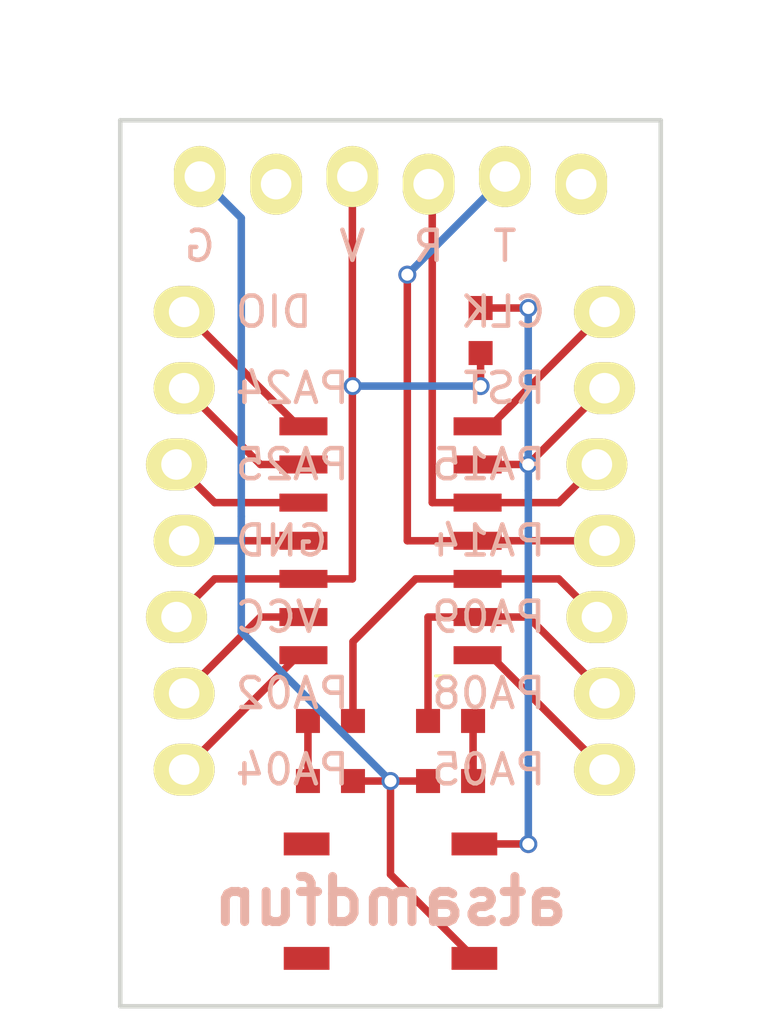
<source format=kicad_pcb>
(kicad_pcb (version 4) (host pcbnew 4.0.2+dfsg1-stable)

  (general
    (links 28)
    (no_connects 0)
    (area 86.794999 81.794999 113.205001 117.785)
    (thickness 1.6)
    (drawings 23)
    (tracks 71)
    (zones 0)
    (modules 10)
    (nets 17)
  )

  (page A4)
  (layers
    (0 F.Cu signal)
    (31 B.Cu signal)
    (32 B.Adhes user)
    (33 F.Adhes user)
    (34 B.Paste user)
    (35 F.Paste user)
    (36 B.SilkS user)
    (37 F.SilkS user)
    (38 B.Mask user)
    (39 F.Mask user)
    (40 Dwgs.User user)
    (41 Cmts.User user)
    (42 Eco1.User user)
    (43 Eco2.User user)
    (44 Edge.Cuts user)
    (45 Margin user)
    (46 B.CrtYd user)
    (47 F.CrtYd user)
    (48 B.Fab user)
    (49 F.Fab user)
  )

  (setup
    (last_trace_width 0.25)
    (trace_clearance 0.2)
    (zone_clearance 0.508)
    (zone_45_only no)
    (trace_min 0.2)
    (segment_width 0.2)
    (edge_width 0.15)
    (via_size 0.6)
    (via_drill 0.4)
    (via_min_size 0.4)
    (via_min_drill 0.3)
    (uvia_size 0.3)
    (uvia_drill 0.1)
    (uvias_allowed no)
    (uvia_min_size 0.2)
    (uvia_min_drill 0.1)
    (pcb_text_width 0.3)
    (pcb_text_size 1.5 1.5)
    (mod_edge_width 0.15)
    (mod_text_size 1 1)
    (mod_text_width 0.15)
    (pad_size 0.8 0.8)
    (pad_drill 0)
    (pad_to_mask_clearance 0.2)
    (aux_axis_origin 0 0)
    (visible_elements FFFFFF7F)
    (pcbplotparams
      (layerselection 0x00030_80000001)
      (usegerberextensions false)
      (excludeedgelayer true)
      (linewidth 0.150000)
      (plotframeref false)
      (viasonmask false)
      (mode 1)
      (useauxorigin false)
      (hpglpennumber 1)
      (hpglpenspeed 20)
      (hpglpendiameter 15)
      (hpglpenoverlay 2)
      (psnegative false)
      (psa4output false)
      (plotreference true)
      (plotvalue true)
      (plotinvisibletext false)
      (padsonsilk false)
      (subtractmaskfromsilk false)
      (outputformat 1)
      (mirror false)
      (drillshape 1)
      (scaleselection 1)
      (outputdirectory ""))
  )

  (net 0 "")
  (net 1 gnd)
  (net 2 vcc)
  (net 3 swdio)
  (net 4 swclk)
  (net 5 reset)
  (net 6 txd)
  (net 7 rxd)
  (net 8 pa05)
  (net 9 pa08)
  (net 10 pa09)
  (net 11 pa04)
  (net 12 pa02)
  (net 13 pa25)
  (net 14 pa24)
  (net 15 x08)
  (net 16 x09)

  (net_class Default "This is the default net class."
    (clearance 0.2)
    (trace_width 0.25)
    (via_dia 0.6)
    (via_drill 0.4)
    (uvia_dia 0.3)
    (uvia_drill 0.1)
    (add_net gnd)
    (add_net pa02)
    (add_net pa04)
    (add_net pa05)
    (add_net pa08)
    (add_net pa09)
    (add_net pa24)
    (add_net pa25)
    (add_net reset)
    (add_net rxd)
    (add_net swclk)
    (add_net swdio)
    (add_net txd)
    (add_net vcc)
    (add_net x08)
    (add_net x09)
  )

  (module 00_my_modules:soic-14 (layer F.Cu) (tedit 5EACF070) (tstamp 5EACF884)
    (at 100 100 180)
    (descr soic14)
    (tags soic14)
    (attr smd)
    (fp_text reference soic14 (at 0 0 270) (layer F.Fab)
      (effects (font (size 0.8 0.8) (thickness 0.1)))
    )
    (fp_text value "" (at -1.5 -3 180) (layer F.Fab)
      (effects (font (size 0.5 0.5) (thickness 0.01)))
    )
    (fp_line (start -2 -4.5) (end -1.5 -4.5) (layer F.SilkS) (width 0.1))
    (fp_line (start -1.95 -4.325) (end -1.95 4.325) (layer F.CrtYd) (width 0.05))
    (fp_line (start 1.95 -4.325) (end 1.95 4.325) (layer F.CrtYd) (width 0.05))
    (fp_line (start -1.95 -4.325) (end 1.95 -4.325) (layer F.CrtYd) (width 0.05))
    (fp_line (start -1.95 4.325) (end 1.95 4.325) (layer F.CrtYd) (width 0.05))
    (fp_line (start -3 -4.325) (end -3 4.325) (layer F.CrtYd) (width 0.05))
    (fp_line (start 3 -4.325) (end 3 4.325) (layer F.CrtYd) (width 0.05))
    (fp_line (start -3 -4.325) (end 3 -4.325) (layer F.CrtYd) (width 0.05))
    (fp_line (start -3 4.325) (end 3 4.325) (layer F.CrtYd) (width 0.05))
    (fp_line (start -6 0) (end 6 0) (layer F.CrtYd) (width 0.01))
    (fp_line (start 0 -6) (end 0 6) (layer F.CrtYd) (width 0.01))
    (pad PA05 smd rect (at -2.9 -3.81 180) (size 1.6 0.6) (layers F.Cu F.Paste F.Mask)
      (net 8 pa05))
    (pad PA08 smd rect (at -2.9 -2.54 180) (size 1.6 0.6) (layers F.Cu F.Paste F.Mask)
      (net 9 pa08))
    (pad PA09 smd rect (at -2.9 -1.27 180) (size 1.6 0.6) (layers F.Cu F.Paste F.Mask)
      (net 10 pa09))
    (pad PA14 smd rect (at -2.9 0 180) (size 1.6 0.6) (layers F.Cu F.Paste F.Mask)
      (net 6 txd))
    (pad PA15 smd rect (at -2.9 1.27 180) (size 1.6 0.6) (layers F.Cu F.Paste F.Mask)
      (net 7 rxd))
    (pad RST smd rect (at -2.9 2.54 180) (size 1.6 0.6) (layers F.Cu F.Paste F.Mask)
      (net 5 reset))
    (pad PA30 smd rect (at -2.9 3.81 180) (size 1.6 0.6) (layers F.Cu F.Paste F.Mask)
      (net 4 swclk))
    (pad PA04 smd rect (at 2.9 -3.81 180) (size 1.6 0.6) (layers F.Cu F.Paste F.Mask)
      (net 11 pa04))
    (pad PA02 smd rect (at 2.9 -2.54 180) (size 1.6 0.6) (layers F.Cu F.Paste F.Mask)
      (net 12 pa02))
    (pad VDD smd rect (at 2.9 -1.27 180) (size 1.6 0.6) (layers F.Cu F.Paste F.Mask)
      (net 2 vcc))
    (pad GND smd rect (at 2.9 0 180) (size 1.6 0.6) (layers F.Cu F.Paste F.Mask)
      (net 1 gnd))
    (pad PA25 smd rect (at 2.9 1.27 180) (size 1.6 0.6) (layers F.Cu F.Paste F.Mask)
      (net 13 pa25))
    (pad PA24 smd rect (at 2.9 2.54 180) (size 1.6 0.6) (layers F.Cu F.Paste F.Mask)
      (net 14 pa24))
    (pad PA31 smd rect (at 2.9 3.81 180) (size 1.6 0.6) (layers F.Cu F.Paste F.Mask)
      (net 3 swdio))
  )

  (module 00_my_modules:header1x6wiggle (layer F.Cu) (tedit 5EACF832) (tstamp 5EAD00C9)
    (at 100 88 90)
    (descr "Through hole pin header")
    (tags "pin header")
    (fp_text reference "" (at 0 -2.4 90) (layer F.SilkS)
      (effects (font (size 0.5 0.5) (thickness 0.01)))
    )
    (fp_text value "" (at 0 -3.1 90) (layer F.Fab)
      (effects (font (size 0.5 0.5) (thickness 0.01)))
    )
    (fp_line (start -1.75 -8.1) (end -1.75 8.1) (layer F.CrtYd) (width 0.05))
    (fp_line (start 1.75 -8.1) (end 1.75 8.1) (layer F.CrtYd) (width 0.05))
    (fp_line (start -1.75 -8.1) (end 1.75 -8.1) (layer F.CrtYd) (width 0.05))
    (fp_line (start -1.75 8.1) (end 1.75 8.1) (layer F.CrtYd) (width 0.05))
    (fp_line (start -6 -6.35) (end 6 -6.35) (layer F.CrtYd) (width 0.01))
    (fp_line (start -6 0) (end 6 0) (layer F.CrtYd) (width 0.01))
    (fp_line (start -6 6.35) (end 6 6.35) (layer F.CrtYd) (width 0.01))
    (pad GND thru_hole oval (at 0.127 -6.35 90) (size 2.032 1.7272) (drill 1.016) (layers *.Cu *.Mask F.SilkS)
      (net 1 gnd))
    (pad 2 thru_hole oval (at -0.127 -3.81 90) (size 2.032 1.7272) (drill 1.016) (layers *.Cu *.Mask F.SilkS))
    (pad VCC thru_hole oval (at 0.127 -1.27 90) (size 2.032 1.7272) (drill 1.016) (layers *.Cu *.Mask F.SilkS)
      (net 2 vcc))
    (pad TX thru_hole oval (at -0.127 1.27 90) (size 2.032 1.7272) (drill 1.016) (layers *.Cu *.Mask F.SilkS)
      (net 7 rxd))
    (pad RX thru_hole oval (at 0.127 3.81 90) (size 2.032 1.7272) (drill 1.016) (layers *.Cu *.Mask F.SilkS)
      (net 6 txd))
    (pad 6 thru_hole oval (at -0.127 6.35 90) (size 2.032 1.7272) (drill 1.016) (layers *.Cu *.Mask F.SilkS))
  )

  (module 00_my_modules:header1x7wiggle (layer F.Cu) (tedit 5EACFA48) (tstamp 5EAD02CE)
    (at 107 100)
    (descr "Through hole pin header")
    (tags "pin header")
    (fp_text reference "" (at 0 -2.4) (layer F.SilkS)
      (effects (font (size 0.5 0.5) (thickness 0.01)))
    )
    (fp_text value "" (at 0 -3.1) (layer F.Fab)
      (effects (font (size 0.5 0.5) (thickness 0.01)))
    )
    (fp_line (start -1.75 -9.37) (end -1.75 9.37) (layer F.CrtYd) (width 0.05))
    (fp_line (start 1.75 -9.37) (end 1.75 9.37) (layer F.CrtYd) (width 0.05))
    (fp_line (start -1.75 -9.37) (end 1.75 -9.37) (layer F.CrtYd) (width 0.05))
    (fp_line (start -1.75 9.37) (end 1.75 9.37) (layer F.CrtYd) (width 0.05))
    (fp_line (start -6 -7.62) (end 6 -7.62) (layer F.CrtYd) (width 0.01))
    (fp_line (start -6 0) (end 6 0) (layer F.CrtYd) (width 0.01))
    (fp_line (start -6 7.62) (end 6 7.62) (layer F.CrtYd) (width 0.01))
    (pad 1 thru_hole oval (at 0.127 -7.62) (size 2.032 1.7272) (drill 1.016) (layers *.Cu *.Mask F.SilkS)
      (net 4 swclk))
    (pad 2 thru_hole oval (at 0.127 -5.08) (size 2.032 1.7272) (drill 1.016) (layers *.Cu *.Mask F.SilkS)
      (net 5 reset))
    (pad 3 thru_hole oval (at -0.127 -2.54) (size 2.032 1.7272) (drill 1.016) (layers *.Cu *.Mask F.SilkS)
      (net 7 rxd))
    (pad 4 thru_hole oval (at 0.127 0) (size 2.032 1.7272) (drill 1.016) (layers *.Cu *.Mask F.SilkS)
      (net 6 txd))
    (pad 5 thru_hole oval (at -0.127 2.54) (size 2.032 1.7272) (drill 1.016) (layers *.Cu *.Mask F.SilkS)
      (net 10 pa09))
    (pad 6 thru_hole oval (at 0.127 5.08) (size 2.032 1.7272) (drill 1.016) (layers *.Cu *.Mask F.SilkS)
      (net 9 pa08))
    (pad 7 thru_hole oval (at 0.127 7.62) (size 2.032 1.7272) (drill 1.016) (layers *.Cu *.Mask F.SilkS)
      (net 8 pa05))
  )

  (module 00_my_modules:header1x7wiggle (layer F.Cu) (tedit 5EACFA17) (tstamp 5EAD0314)
    (at 93 100)
    (descr "Through hole pin header")
    (tags "pin header")
    (fp_text reference "" (at 0 -2.4) (layer F.SilkS)
      (effects (font (size 0.5 0.5) (thickness 0.01)))
    )
    (fp_text value "" (at 0 -3.1) (layer F.Fab)
      (effects (font (size 0.5 0.5) (thickness 0.01)))
    )
    (fp_line (start -1.75 -9.37) (end -1.75 9.37) (layer F.CrtYd) (width 0.05))
    (fp_line (start 1.75 -9.37) (end 1.75 9.37) (layer F.CrtYd) (width 0.05))
    (fp_line (start -1.75 -9.37) (end 1.75 -9.37) (layer F.CrtYd) (width 0.05))
    (fp_line (start -1.75 9.37) (end 1.75 9.37) (layer F.CrtYd) (width 0.05))
    (fp_line (start -6 -7.62) (end 6 -7.62) (layer F.CrtYd) (width 0.01))
    (fp_line (start -6 0) (end 6 0) (layer F.CrtYd) (width 0.01))
    (fp_line (start -6 7.62) (end 6 7.62) (layer F.CrtYd) (width 0.01))
    (pad 1 thru_hole oval (at 0.127 -7.62) (size 2.032 1.7272) (drill 1.016) (layers *.Cu *.Mask F.SilkS)
      (net 3 swdio))
    (pad 2 thru_hole oval (at 0.127 -5.08) (size 2.032 1.7272) (drill 1.016) (layers *.Cu *.Mask F.SilkS)
      (net 14 pa24))
    (pad 3 thru_hole oval (at -0.127 -2.54) (size 2.032 1.7272) (drill 1.016) (layers *.Cu *.Mask F.SilkS)
      (net 13 pa25))
    (pad 4 thru_hole oval (at 0.127 0) (size 2.032 1.7272) (drill 1.016) (layers *.Cu *.Mask F.SilkS)
      (net 1 gnd))
    (pad 5 thru_hole oval (at -0.127 2.54) (size 2.032 1.7272) (drill 1.016) (layers *.Cu *.Mask F.SilkS)
      (net 2 vcc))
    (pad 6 thru_hole oval (at 0.127 5.08) (size 2.032 1.7272) (drill 1.016) (layers *.Cu *.Mask F.SilkS)
      (net 12 pa02))
    (pad 7 thru_hole oval (at 0.127 7.62) (size 2.032 1.7272) (drill 1.016) (layers *.Cu *.Mask F.SilkS)
      (net 11 pa04))
  )

  (module 00_my_modules:R_0603 (layer F.Cu) (tedit 5EACFF4D) (tstamp 5EAD18F7)
    (at 103 93 90)
    (descr R0603)
    (tags "resistor 0603")
    (attr smd)
    (fp_text reference R (at 0 0 90) (layer F.Fab)
      (effects (font (size 0.5 0.5) (thickness 0.1)))
    )
    (fp_text value "" (at 0 0 90) (layer F.Fab)
      (effects (font (size 0.5 0.5) (thickness 0.01)))
    )
    (fp_line (start -1.2 -0.45) (end 1.2 -0.45) (layer F.CrtYd) (width 0.01))
    (fp_line (start -1.2 0.45) (end 1.2 0.45) (layer F.CrtYd) (width 0.01))
    (fp_line (start -1.2 -0.45) (end -1.2 0.45) (layer F.CrtYd) (width 0.01))
    (fp_line (start 1.2 -0.45) (end 1.2 0.45) (layer F.CrtYd) (width 0.01))
    (pad 1 smd rect (at -0.75 0 90) (size 0.8 0.8) (layers F.Cu F.Paste F.Mask)
      (net 2 vcc))
    (pad 2 smd rect (at 0.75 0 90) (size 0.8 0.8) (layers F.Cu F.Paste F.Mask)
      (net 5 reset))
  )

  (module 00_my_modules:BUTTON4_SMD (layer F.Cu) (tedit 5EAD0485) (tstamp 5EAD193B)
    (at 100 112)
    (descr button4_smd)
    (tags "SPST button tactile switch")
    (fp_text reference NAME (at 0 0) (layer F.Fab)
      (effects (font (size 1 1) (thickness 0.15)))
    )
    (fp_text value "" (at 0 3.81) (layer F.Fab)
      (effects (font (size 1 1) (thickness 0.15)))
    )
    (fp_line (start -1.54 -2.54) (end -2.54 -1.54) (layer F.Fab) (width 0.2032))
    (fp_line (start -2.54 -1.24) (end -2.54 1.27) (layer F.Fab) (width 0.2032))
    (fp_line (start -2.54 1.54) (end -1.54 2.54) (layer F.Fab) (width 0.2032))
    (fp_line (start -1.54 2.54) (end 1.54 2.54) (layer F.Fab) (width 0.2032))
    (fp_line (start 1.54 2.54) (end 2.54 1.54) (layer F.Fab) (width 0.2032))
    (fp_line (start 2.54 1.24) (end 2.54 -1.24) (layer F.Fab) (width 0.2032))
    (fp_line (start 2.54 -1.54) (end 1.54 -2.54) (layer F.Fab) (width 0.2032))
    (fp_line (start 1.54 -2.54) (end -1.54 -2.54) (layer F.Fab) (width 0.2032))
    (fp_line (start 1.905 1.27) (end 1.905 0.445) (layer F.Fab) (width 0.127))
    (fp_line (start 1.905 0.445) (end 2.16 -0.01) (layer F.Fab) (width 0.127))
    (fp_line (start 1.905 -0.23) (end 1.905 -1.115) (layer F.Fab) (width 0.127))
    (fp_circle (center 0 0) (end 0 1.27) (layer F.Fab) (width 0.2032))
    (pad 1 smd rect (at -2.794 1.905) (size 1.524 0.762) (layers F.Cu F.Paste F.Mask))
    (pad 2 smd rect (at 2.794 1.905) (size 1.524 0.762) (layers F.Cu F.Paste F.Mask)
      (net 1 gnd))
    (pad 3 smd rect (at -2.794 -1.905) (size 1.524 0.762) (layers F.Cu F.Paste F.Mask))
    (pad 4 smd rect (at 2.794 -1.905) (size 1.524 0.762) (layers F.Cu F.Paste F.Mask)
      (net 5 reset))
  )

  (module 00_my_modules:L_0603 (layer F.Cu) (tedit 5EAD0120) (tstamp 5EAD2288)
    (at 102 106 180)
    (descr L_0603)
    (tags "led 0603")
    (attr smd)
    (fp_text reference L (at 0 -0.6 180) (layer F.Fab)
      (effects (font (size 0.1 0.1) (thickness 0.01)))
    )
    (fp_text value "" (at 0 0.6 180) (layer F.Fab)
      (effects (font (size 0.1 0.1) (thickness 0.01)))
    )
    (fp_line (start -1.2 -0.45) (end 1.2 -0.45) (layer F.CrtYd) (width 0.01))
    (fp_line (start -1.2 0.45) (end 1.2 0.45) (layer F.CrtYd) (width 0.01))
    (fp_line (start -1.2 -0.45) (end -1.2 0.45) (layer F.CrtYd) (width 0.01))
    (fp_line (start 1.2 -0.45) (end 1.2 0.45) (layer F.CrtYd) (width 0.01))
    (fp_line (start -0.1 0) (end 0.1 0.2) (layer F.CrtYd) (width 0.01))
    (fp_line (start -0.1 0) (end 0.1 -0.2) (layer F.CrtYd) (width 0.01))
    (fp_line (start -0.1 0.2) (end -0.1 -0.2) (layer F.CrtYd) (width 0.01))
    (fp_line (start 0.1 0.2) (end 0.1 -0.2) (layer F.CrtYd) (width 0.01))
    (pad 1 smd rect (at -0.75 0 180) (size 0.8 0.8) (layers F.Cu F.Paste F.Mask)
      (net 15 x08))
    (pad 2 smd rect (at 0.75 0 180) (size 0.8 0.8) (layers F.Cu F.Paste F.Mask)
      (net 9 pa08))
  )

  (module 00_my_modules:R_0603 (layer F.Cu) (tedit 5EAD0128) (tstamp 5EAD229F)
    (at 102 108)
    (descr R0603)
    (tags "resistor 0603")
    (attr smd)
    (fp_text reference R (at 0 0) (layer F.Fab)
      (effects (font (size 0.5 0.5) (thickness 0.1)))
    )
    (fp_text value "" (at 0 0) (layer F.Fab)
      (effects (font (size 0.5 0.5) (thickness 0.01)))
    )
    (fp_line (start -1.2 -0.45) (end 1.2 -0.45) (layer F.CrtYd) (width 0.01))
    (fp_line (start -1.2 0.45) (end 1.2 0.45) (layer F.CrtYd) (width 0.01))
    (fp_line (start -1.2 -0.45) (end -1.2 0.45) (layer F.CrtYd) (width 0.01))
    (fp_line (start 1.2 -0.45) (end 1.2 0.45) (layer F.CrtYd) (width 0.01))
    (pad 1 smd rect (at -0.75 0) (size 0.8 0.8) (layers F.Cu F.Paste F.Mask)
      (net 1 gnd))
    (pad 2 smd rect (at 0.75 0) (size 0.8 0.8) (layers F.Cu F.Paste F.Mask)
      (net 15 x08))
  )

  (module 00_my_modules:R_0603 (layer F.Cu) (tedit 5EAD0133) (tstamp 5EAD22BC)
    (at 98 108 180)
    (descr R0603)
    (tags "resistor 0603")
    (attr smd)
    (fp_text reference R (at 0 0 180) (layer F.Fab)
      (effects (font (size 0.5 0.5) (thickness 0.1)))
    )
    (fp_text value "" (at 0 0 180) (layer F.Fab)
      (effects (font (size 0.5 0.5) (thickness 0.01)))
    )
    (fp_line (start -1.2 -0.45) (end 1.2 -0.45) (layer F.CrtYd) (width 0.01))
    (fp_line (start -1.2 0.45) (end 1.2 0.45) (layer F.CrtYd) (width 0.01))
    (fp_line (start -1.2 -0.45) (end -1.2 0.45) (layer F.CrtYd) (width 0.01))
    (fp_line (start 1.2 -0.45) (end 1.2 0.45) (layer F.CrtYd) (width 0.01))
    (pad 1 smd rect (at -0.75 0 180) (size 0.8 0.8) (layers F.Cu F.Paste F.Mask)
      (net 1 gnd))
    (pad 2 smd rect (at 0.75 0 180) (size 0.8 0.8) (layers F.Cu F.Paste F.Mask)
      (net 16 x09))
  )

  (module 00_my_modules:L_0603 (layer F.Cu) (tedit 5EAD012F) (tstamp 5EAD22D3)
    (at 98 106)
    (descr L_0603)
    (tags "led 0603")
    (attr smd)
    (fp_text reference L (at 0 -0.6) (layer F.Fab)
      (effects (font (size 0.1 0.1) (thickness 0.01)))
    )
    (fp_text value "" (at 0 0.6) (layer F.Fab)
      (effects (font (size 0.1 0.1) (thickness 0.01)))
    )
    (fp_line (start -1.2 -0.45) (end 1.2 -0.45) (layer F.CrtYd) (width 0.01))
    (fp_line (start -1.2 0.45) (end 1.2 0.45) (layer F.CrtYd) (width 0.01))
    (fp_line (start -1.2 -0.45) (end -1.2 0.45) (layer F.CrtYd) (width 0.01))
    (fp_line (start 1.2 -0.45) (end 1.2 0.45) (layer F.CrtYd) (width 0.01))
    (fp_line (start -0.1 0) (end 0.1 0.2) (layer F.CrtYd) (width 0.01))
    (fp_line (start -0.1 0) (end 0.1 -0.2) (layer F.CrtYd) (width 0.01))
    (fp_line (start -0.1 0.2) (end -0.1 -0.2) (layer F.CrtYd) (width 0.01))
    (fp_line (start 0.1 0.2) (end 0.1 -0.2) (layer F.CrtYd) (width 0.01))
    (pad 1 smd rect (at -0.75 0) (size 0.8 0.8) (layers F.Cu F.Paste F.Mask)
      (net 16 x09))
    (pad 2 smd rect (at 0.75 0) (size 0.8 0.8) (layers F.Cu F.Paste F.Mask)
      (net 10 pa09))
  )

  (gr_text atsamdfun (at 100 112) (layer B.SilkS)
    (effects (font (size 1.5 1.5) (thickness 0.3)) (justify mirror))
  )
  (gr_line (start 109 86) (end 109 115.5) (angle 90) (layer Edge.Cuts) (width 0.15))
  (gr_line (start 91 115.5) (end 91 86) (angle 90) (layer Edge.Cuts) (width 0.15))
  (gr_text CLK (at 105.25 92.38) (layer B.SilkS)
    (effects (font (size 1 1) (thickness 0.15)) (justify left mirror))
  )
  (gr_text RST (at 105.25 94.92) (layer B.SilkS)
    (effects (font (size 1 1) (thickness 0.15)) (justify left mirror))
  )
  (gr_text PA15 (at 105.25 97.46) (layer B.SilkS)
    (effects (font (size 1 1) (thickness 0.15)) (justify left mirror))
  )
  (gr_text PA14 (at 105.25 100) (layer B.SilkS)
    (effects (font (size 1 1) (thickness 0.15)) (justify left mirror))
  )
  (gr_text PA09 (at 105.25 102.54) (layer B.SilkS)
    (effects (font (size 1 1) (thickness 0.15)) (justify left mirror))
  )
  (gr_text PA08 (at 105.25 105.08) (layer B.SilkS)
    (effects (font (size 1 1) (thickness 0.15)) (justify left mirror))
  )
  (gr_text PA05 (at 105.25 107.62) (layer B.SilkS)
    (effects (font (size 1 1) (thickness 0.15)) (justify left mirror))
  )
  (gr_text DIO (at 94.75 92.38) (layer B.SilkS)
    (effects (font (size 1 1) (thickness 0.15)) (justify right mirror))
  )
  (gr_text PA24 (at 94.75 94.92) (layer B.SilkS)
    (effects (font (size 1 1) (thickness 0.15)) (justify right mirror))
  )
  (gr_text PA25 (at 94.75 97.46) (layer B.SilkS)
    (effects (font (size 1 1) (thickness 0.15)) (justify right mirror))
  )
  (gr_text GND (at 94.75 100) (layer B.SilkS)
    (effects (font (size 1 1) (thickness 0.15)) (justify right mirror))
  )
  (gr_text VCC (at 94.75 102.54) (layer B.SilkS)
    (effects (font (size 1 1) (thickness 0.15)) (justify right mirror))
  )
  (gr_text PA02 (at 94.75 105.08) (layer B.SilkS)
    (effects (font (size 1 1) (thickness 0.15)) (justify right mirror))
  )
  (gr_text PA04 (at 94.75 107.62) (layer B.SilkS)
    (effects (font (size 1 1) (thickness 0.15)) (justify right mirror))
  )
  (gr_text G (at 93.65 90.19) (layer B.SilkS)
    (effects (font (size 1 1) (thickness 0.15)) (justify mirror))
  )
  (gr_text V (at 98.73 90.19) (layer B.SilkS)
    (effects (font (size 1 1) (thickness 0.15)) (justify mirror))
  )
  (gr_text R (at 101.27 90.19) (layer B.SilkS)
    (effects (font (size 1 1) (thickness 0.15)) (justify mirror))
  )
  (gr_text T (at 103.81 90.19) (layer B.SilkS)
    (effects (font (size 1 1) (thickness 0.15)) (justify mirror))
  )
  (gr_line (start 91 86) (end 109 86) (angle 90) (layer Edge.Cuts) (width 0.15))
  (gr_line (start 109 115.5) (end 91 115.5) (angle 90) (layer Edge.Cuts) (width 0.15))

  (segment (start 100 108) (end 100 111.111) (width 0.25) (layer F.Cu) (net 1))
  (segment (start 100 111.111) (end 102.794 113.905) (width 0.25) (layer F.Cu) (net 1) (tstamp 5EAD04C1))
  (segment (start 95.03 100) (end 95.03 103.03) (width 0.25) (layer B.Cu) (net 1))
  (via (at 100 108) (size 0.6) (drill 0.4) (layers F.Cu B.Cu) (net 1))
  (segment (start 95.03 103.03) (end 100 108) (width 0.25) (layer B.Cu) (net 1) (tstamp 5EAD2393))
  (segment (start 98.75 108) (end 100 108) (width 0.25) (layer F.Cu) (net 1))
  (segment (start 100 108) (end 101.25 108) (width 0.25) (layer F.Cu) (net 1) (tstamp 5EAD238E))
  (segment (start 95.03 99.19) (end 95.03 89.253) (width 0.25) (layer B.Cu) (net 1))
  (segment (start 95.03 100) (end 95.03 99.19) (width 0.25) (layer B.Cu) (net 1) (tstamp 5EAD0FA3))
  (segment (start 93.127 100) (end 95.03 100) (width 0.25) (layer B.Cu) (net 1))
  (segment (start 95.03 89.253) (end 93.65 87.873) (width 0.25) (layer B.Cu) (net 1) (tstamp 5EAD0FA6))
  (segment (start 97.1 100) (end 93.127 100) (width 0.25) (layer F.Cu) (net 1))
  (segment (start 103 93.75) (end 103 94.85) (width 0.25) (layer F.Cu) (net 2))
  (segment (start 98.74 94.85) (end 98.73 94.86) (width 0.25) (layer F.Cu) (net 2) (tstamp 5EAD1923))
  (via (at 98.74 94.85) (size 0.6) (drill 0.4) (layers F.Cu B.Cu) (net 2))
  (segment (start 103 94.85) (end 98.74 94.85) (width 0.25) (layer B.Cu) (net 2) (tstamp 5EAD1920))
  (via (at 103 94.85) (size 0.6) (drill 0.4) (layers F.Cu B.Cu) (net 2))
  (segment (start 98.73 87.873) (end 98.73 94.86) (width 0.25) (layer F.Cu) (net 2))
  (segment (start 98.73 94.86) (end 98.73 101.27) (width 0.25) (layer F.Cu) (net 2) (tstamp 5EAD1926))
  (segment (start 98.73 101.27) (end 97.1 101.27) (width 0.25) (layer F.Cu) (net 2) (tstamp 5EAD0FA0))
  (segment (start 97.1 101.27) (end 94.143 101.27) (width 0.25) (layer F.Cu) (net 2))
  (segment (start 94.143 101.27) (end 92.873 102.54) (width 0.25) (layer F.Cu) (net 2) (tstamp 5EAD0F93))
  (segment (start 97.1 96.19) (end 96.937 96.19) (width 0.25) (layer F.Cu) (net 3))
  (segment (start 96.937 96.19) (end 93.127 92.38) (width 0.25) (layer F.Cu) (net 3) (tstamp 5EAD0F9E))
  (segment (start 102.9 96.19) (end 103.317 96.19) (width 0.25) (layer F.Cu) (net 4))
  (segment (start 103.317 96.19) (end 107.127 92.38) (width 0.25) (layer F.Cu) (net 4) (tstamp 5EAD0F87))
  (segment (start 102.794 110.095) (end 104.585 110.095) (width 0.25) (layer F.Cu) (net 5))
  (via (at 104.59 110.1) (size 0.6) (drill 0.4) (layers F.Cu B.Cu) (net 5))
  (segment (start 104.585 110.095) (end 104.59 110.1) (width 0.25) (layer F.Cu) (net 5) (tstamp 5EAD04C4))
  (segment (start 104.59 98.33) (end 104.59 110.1) (width 0.25) (layer B.Cu) (net 5))
  (segment (start 104.587 97.46) (end 104.59 97.463) (width 0.25) (layer B.Cu) (net 5) (tstamp 5EAD0FCD))
  (segment (start 104.59 98.33) (end 104.59 97.463) (width 0.25) (layer B.Cu) (net 5) (tstamp 5EAD0FCE))
  (segment (start 104.587 97.46) (end 104.587 92.253) (width 0.25) (layer B.Cu) (net 5))
  (segment (start 104.59 92.25) (end 103 92.25) (width 0.25) (layer F.Cu) (net 5) (tstamp 5EAD191B))
  (via (at 104.59 92.25) (size 0.6) (drill 0.4) (layers F.Cu B.Cu) (net 5))
  (segment (start 104.587 92.253) (end 104.59 92.25) (width 0.25) (layer B.Cu) (net 5) (tstamp 5EAD1919))
  (via (at 104.587 97.46) (size 0.6) (drill 0.4) (layers F.Cu B.Cu) (net 5))
  (segment (start 102.9 97.46) (end 104.587 97.46) (width 0.25) (layer F.Cu) (net 5))
  (segment (start 104.587 97.46) (end 107.127 94.92) (width 0.25) (layer F.Cu) (net 5) (tstamp 5EAD0F84))
  (segment (start 100.56 100) (end 100.56 91.14) (width 0.25) (layer F.Cu) (net 6))
  (segment (start 102.9 100) (end 100.56 100) (width 0.25) (layer F.Cu) (net 6))
  (segment (start 100.56 91.14) (end 103.81 87.89) (width 0.25) (layer B.Cu) (net 6) (tstamp 5EAD0FC8))
  (via (at 100.56 91.14) (size 0.6) (drill 0.4) (layers F.Cu B.Cu) (net 6))
  (segment (start 103.81 87.89) (end 103.81 87.873) (width 0.25) (layer B.Cu) (net 6) (tstamp 5EAD0FC9))
  (segment (start 102.9 100) (end 107.127 100) (width 0.25) (layer F.Cu) (net 6))
  (segment (start 101.39 88.247) (end 101.39 98.73) (width 0.25) (layer F.Cu) (net 7))
  (segment (start 101.39 98.73) (end 102.9 98.73) (width 0.25) (layer F.Cu) (net 7))
  (segment (start 101.39 88.247) (end 101.27 88.127) (width 0.25) (layer F.Cu) (net 7) (tstamp 5EAD0FC2))
  (segment (start 102.9 98.73) (end 105.603 98.73) (width 0.25) (layer F.Cu) (net 7))
  (segment (start 105.603 98.73) (end 106.873 97.46) (width 0.25) (layer F.Cu) (net 7) (tstamp 5EAD0F81))
  (segment (start 102.9 103.81) (end 103.317 103.81) (width 0.25) (layer F.Cu) (net 8))
  (segment (start 103.317 103.81) (end 107.127 107.62) (width 0.25) (layer F.Cu) (net 8) (tstamp 5EAD0F8C))
  (segment (start 101.25 106) (end 101.25 102.54) (width 0.25) (layer F.Cu) (net 9))
  (segment (start 101.25 102.54) (end 102.9 102.54) (width 0.25) (layer F.Cu) (net 9) (tstamp 5EAD2399))
  (segment (start 102.9 102.54) (end 104.587 102.54) (width 0.25) (layer F.Cu) (net 9))
  (segment (start 104.587 102.54) (end 107.127 105.08) (width 0.25) (layer F.Cu) (net 9) (tstamp 5EAD0F89))
  (segment (start 98.75 106) (end 98.75 103.36) (width 0.25) (layer F.Cu) (net 10))
  (segment (start 100.84 101.27) (end 102.9 101.27) (width 0.25) (layer F.Cu) (net 10) (tstamp 5EAD239E))
  (segment (start 98.75 103.36) (end 100.84 101.27) (width 0.25) (layer F.Cu) (net 10) (tstamp 5EAD239C))
  (segment (start 102.9 101.27) (end 105.603 101.27) (width 0.25) (layer F.Cu) (net 10))
  (segment (start 105.603 101.27) (end 106.873 102.54) (width 0.25) (layer F.Cu) (net 10) (tstamp 5EAD0F7E))
  (segment (start 97.1 103.81) (end 96.937 103.81) (width 0.25) (layer F.Cu) (net 11))
  (segment (start 96.937 103.81) (end 93.127 107.62) (width 0.25) (layer F.Cu) (net 11) (tstamp 5EAD0F8E))
  (segment (start 97.1 102.54) (end 95.667 102.54) (width 0.25) (layer F.Cu) (net 12))
  (segment (start 95.667 102.54) (end 93.127 105.08) (width 0.25) (layer F.Cu) (net 12) (tstamp 5EAD0F90))
  (segment (start 97.1 98.73) (end 94.143 98.73) (width 0.25) (layer F.Cu) (net 13))
  (segment (start 94.143 98.73) (end 92.873 97.46) (width 0.25) (layer F.Cu) (net 13) (tstamp 5EAD0F98))
  (segment (start 97.1 97.46) (end 95.667 97.46) (width 0.25) (layer F.Cu) (net 14))
  (segment (start 95.667 97.46) (end 93.127 94.92) (width 0.25) (layer F.Cu) (net 14) (tstamp 5EAD0F9B))
  (segment (start 102.75 106) (end 102.75 108) (width 0.25) (layer F.Cu) (net 15))
  (segment (start 97.25 106) (end 97.25 108) (width 0.25) (layer F.Cu) (net 16))

)

</source>
